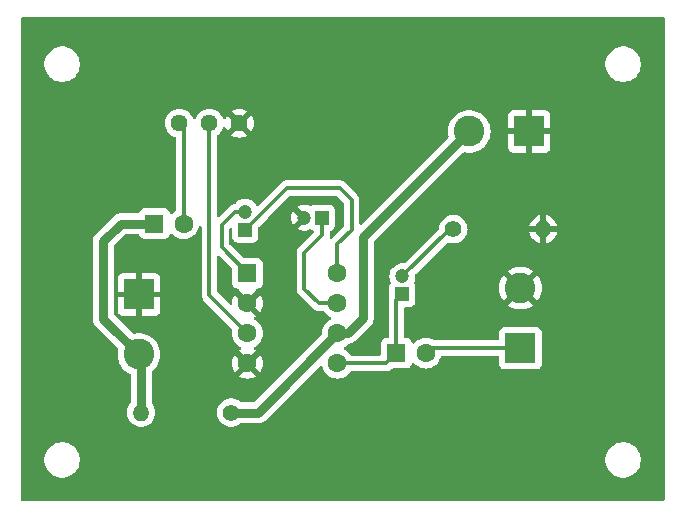
<source format=gbr>
%TF.GenerationSoftware,KiCad,Pcbnew,8.0.5*%
%TF.CreationDate,2024-12-26T15:01:40+03:00*%
%TF.ProjectId,LM386_Audio_Amplifier,4c4d3338-365f-4417-9564-696f5f416d70,v01*%
%TF.SameCoordinates,Original*%
%TF.FileFunction,Copper,L1,Top*%
%TF.FilePolarity,Positive*%
%FSLAX46Y46*%
G04 Gerber Fmt 4.6, Leading zero omitted, Abs format (unit mm)*
G04 Created by KiCad (PCBNEW 8.0.5) date 2024-12-26 15:01:40*
%MOMM*%
%LPD*%
G01*
G04 APERTURE LIST*
%TA.AperFunction,ComponentPad*%
%ADD10C,1.440000*%
%TD*%
%TA.AperFunction,ComponentPad*%
%ADD11R,2.600000X2.600000*%
%TD*%
%TA.AperFunction,ComponentPad*%
%ADD12C,2.600000*%
%TD*%
%TA.AperFunction,ComponentPad*%
%ADD13R,1.600000X1.600000*%
%TD*%
%TA.AperFunction,ComponentPad*%
%ADD14C,1.600000*%
%TD*%
%TA.AperFunction,ComponentPad*%
%ADD15C,1.400000*%
%TD*%
%TA.AperFunction,ComponentPad*%
%ADD16O,1.400000X1.400000*%
%TD*%
%TA.AperFunction,ComponentPad*%
%ADD17R,1.200000X1.200000*%
%TD*%
%TA.AperFunction,ComponentPad*%
%ADD18C,1.200000*%
%TD*%
%TA.AperFunction,Conductor*%
%ADD19C,0.300000*%
%TD*%
%TA.AperFunction,Conductor*%
%ADD20C,0.762000*%
%TD*%
G04 APERTURE END LIST*
D10*
%TO.P,POT,1,1*%
%TO.N,Net-(C2-Pad2)*%
X117920000Y-60000000D03*
%TO.P,POT,2,2*%
%TO.N,Net-(U1-+)*%
X120460000Y-60000000D03*
%TO.P,POT,3,3*%
%TO.N,GND*%
X123000000Y-60000000D03*
%TD*%
D11*
%TO.P,J2,1,Pin_1*%
%TO.N,GND*%
X147545000Y-60695000D03*
D12*
%TO.P,J2,2,Pin_2*%
%TO.N,VCC*%
X142465000Y-60695000D03*
%TD*%
D13*
%TO.P,LM386,1,GAIN*%
%TO.N,Net-(C4-Pad2)*%
X123690000Y-72700000D03*
D14*
%TO.P,LM386,2,-*%
%TO.N,GND*%
X123690000Y-75240000D03*
%TO.P,LM386,3,+*%
%TO.N,Net-(U1-+)*%
X123690000Y-77780000D03*
%TO.P,LM386,4,GND*%
%TO.N,GND*%
X123690000Y-80320000D03*
%TO.P,LM386,5*%
%TO.N,Net-(C1-Pad1)*%
X131310000Y-80320000D03*
%TO.P,LM386,6,V+*%
%TO.N,VCC*%
X131310000Y-77780000D03*
%TO.P,LM386,7,BYPASS*%
%TO.N,Net-(U1-BYPASS)*%
X131310000Y-75240000D03*
%TO.P,LM386,8,GAIN*%
%TO.N,Net-(C4-Pad1)*%
X131310000Y-72700000D03*
%TD*%
D15*
%TO.P,R2,1*%
%TO.N,Net-(C1-Pad2)*%
X141115000Y-68965000D03*
D16*
%TO.P,R2,2*%
%TO.N,GND*%
X148735000Y-68965000D03*
%TD*%
D15*
%TO.P,R1,1*%
%TO.N,VCC*%
X122310000Y-84500000D03*
D16*
%TO.P,R1,2*%
%TO.N,Net-(J3-Pin_2)*%
X114690000Y-84500000D03*
%TD*%
D11*
%TO.P,J3,1,Pin_1*%
%TO.N,GND*%
X114500000Y-74500000D03*
D12*
%TO.P,J3,2,Pin_2*%
%TO.N,Net-(J3-Pin_2)*%
X114500000Y-79580000D03*
%TD*%
D11*
%TO.P,J1,1,Pin_1*%
%TO.N,Net-(J1-Pin_1)*%
X146805000Y-79045000D03*
D12*
%TO.P,J1,2,Pin_2*%
%TO.N,GND*%
X146805000Y-73965000D03*
%TD*%
D17*
%TO.P,C5,1*%
%TO.N,Net-(U1-BYPASS)*%
X130000000Y-68000000D03*
D18*
%TO.P,C5,2*%
%TO.N,GND*%
X128500000Y-68000000D03*
%TD*%
D17*
%TO.P,C4,1*%
%TO.N,Net-(C4-Pad1)*%
X123500000Y-69000000D03*
D18*
%TO.P,C4,2*%
%TO.N,Net-(C4-Pad2)*%
X123500000Y-67500000D03*
%TD*%
D13*
%TO.P,C3,1*%
%TO.N,Net-(C1-Pad1)*%
X136305000Y-79465000D03*
D14*
%TO.P,C3,2*%
%TO.N,Net-(J1-Pin_1)*%
X138805000Y-79465000D03*
%TD*%
D13*
%TO.P,C2,1*%
%TO.N,Net-(J3-Pin_2)*%
X115794888Y-68500000D03*
D14*
%TO.P,C2,2*%
%TO.N,Net-(C2-Pad2)*%
X118294888Y-68500000D03*
%TD*%
D17*
%TO.P,C1,1*%
%TO.N,Net-(C1-Pad1)*%
X136805000Y-74465000D03*
D18*
%TO.P,C1,2*%
%TO.N,Net-(C1-Pad2)*%
X136805000Y-72965000D03*
%TD*%
D19*
%TO.N,Net-(C4-Pad1)*%
X131310000Y-70190000D02*
X131310000Y-72700000D01*
X132500000Y-69000000D02*
X131310000Y-70190000D01*
X131500000Y-65500000D02*
X132500000Y-66500000D01*
X127000000Y-65500000D02*
X131500000Y-65500000D01*
X132500000Y-66500000D02*
X132500000Y-69000000D01*
X123500000Y-69000000D02*
X127000000Y-65500000D01*
%TO.N,Net-(C4-Pad2)*%
X122651472Y-67500000D02*
X123500000Y-67500000D01*
X121500000Y-68651472D02*
X122651472Y-67500000D01*
X121500000Y-70510000D02*
X121500000Y-68651472D01*
X123690000Y-72700000D02*
X121500000Y-70510000D01*
%TO.N,Net-(U1-BYPASS)*%
X128500000Y-74000000D02*
X129740000Y-75240000D01*
X128500000Y-71000000D02*
X128500000Y-74000000D01*
X129740000Y-75240000D02*
X131310000Y-75240000D01*
X130000000Y-68000000D02*
X130000000Y-69500000D01*
X130000000Y-69500000D02*
X128500000Y-71000000D01*
D20*
%TO.N,Net-(J3-Pin_2)*%
X111500000Y-76580000D02*
X114500000Y-79580000D01*
X111500000Y-70000000D02*
X111500000Y-76580000D01*
X113000000Y-68500000D02*
X111500000Y-70000000D01*
X115794888Y-68500000D02*
X113000000Y-68500000D01*
X114690000Y-79770000D02*
X114500000Y-79580000D01*
X114690000Y-84500000D02*
X114690000Y-79770000D01*
D19*
%TO.N,Net-(U1-+)*%
X120460000Y-74550000D02*
X123690000Y-77780000D01*
X120460000Y-60000000D02*
X120460000Y-74550000D01*
%TO.N,Net-(C2-Pad2)*%
X118294888Y-60374888D02*
X117920000Y-60000000D01*
X118294888Y-68500000D02*
X118294888Y-60374888D01*
%TO.N,Net-(C1-Pad1)*%
X135450000Y-80320000D02*
X136305000Y-79465000D01*
X131310000Y-80320000D02*
X135450000Y-80320000D01*
X136305000Y-74965000D02*
X136805000Y-74465000D01*
X136305000Y-79465000D02*
X136305000Y-74965000D01*
%TO.N,Net-(C1-Pad2)*%
X140805000Y-68965000D02*
X141115000Y-68965000D01*
X136805000Y-72965000D02*
X140805000Y-68965000D01*
%TO.N,Net-(J1-Pin_1)*%
X139225000Y-79045000D02*
X138805000Y-79465000D01*
X146805000Y-79045000D02*
X139225000Y-79045000D01*
D20*
%TO.N,VCC*%
X124590000Y-84500000D02*
X122310000Y-84500000D01*
X131310000Y-77780000D02*
X124590000Y-84500000D01*
X133500000Y-69660000D02*
X142465000Y-60695000D01*
X133500000Y-76500000D02*
X133500000Y-69660000D01*
X132220000Y-77780000D02*
X133500000Y-76500000D01*
X131310000Y-77780000D02*
X132220000Y-77780000D01*
%TD*%
%TA.AperFunction,Conductor*%
%TO.N,GND*%
G36*
X121315703Y-71246095D02*
G01*
X121322181Y-71252127D01*
X122353181Y-72283127D01*
X122386666Y-72344450D01*
X122389500Y-72370808D01*
X122389500Y-73547870D01*
X122389501Y-73547876D01*
X122395908Y-73607483D01*
X122446202Y-73742328D01*
X122446206Y-73742335D01*
X122532452Y-73857544D01*
X122532455Y-73857547D01*
X122647664Y-73943793D01*
X122647671Y-73943797D01*
X122692618Y-73960561D01*
X122782517Y-73994091D01*
X122842127Y-74000500D01*
X122843218Y-74000499D01*
X122843460Y-74000571D01*
X122845453Y-74000678D01*
X122845427Y-74001148D01*
X122910259Y-74020168D01*
X122956026Y-74072962D01*
X122966771Y-74135305D01*
X122964525Y-74160973D01*
X123560590Y-74757037D01*
X123497007Y-74774075D01*
X123382993Y-74839901D01*
X123289901Y-74932993D01*
X123224075Y-75047007D01*
X123207037Y-75110590D01*
X122610974Y-74514526D01*
X122610973Y-74514526D01*
X122559868Y-74587512D01*
X122559866Y-74587516D01*
X122463734Y-74793673D01*
X122463730Y-74793682D01*
X122404860Y-75013389D01*
X122404858Y-75013400D01*
X122385034Y-75239997D01*
X122385034Y-75239999D01*
X122385551Y-75245913D01*
X122371780Y-75314413D01*
X122323162Y-75364593D01*
X122255133Y-75380522D01*
X122189290Y-75357144D01*
X122174341Y-75344395D01*
X121146819Y-74316873D01*
X121113334Y-74255550D01*
X121110500Y-74229192D01*
X121110500Y-71339808D01*
X121130185Y-71272769D01*
X121182989Y-71227014D01*
X121252147Y-71217070D01*
X121315703Y-71246095D01*
G37*
%TD.AperFunction*%
%TA.AperFunction,Conductor*%
G36*
X158942539Y-51020185D02*
G01*
X158988294Y-51072989D01*
X158999500Y-51124500D01*
X158999500Y-91875500D01*
X158979815Y-91942539D01*
X158927011Y-91988294D01*
X158875500Y-91999500D01*
X104624500Y-91999500D01*
X104557461Y-91979815D01*
X104511706Y-91927011D01*
X104500500Y-91875500D01*
X104500500Y-88381902D01*
X106499500Y-88381902D01*
X106499500Y-88618097D01*
X106536446Y-88851368D01*
X106609433Y-89075996D01*
X106716657Y-89286433D01*
X106855483Y-89477510D01*
X107022490Y-89644517D01*
X107213567Y-89783343D01*
X107312991Y-89834002D01*
X107424003Y-89890566D01*
X107424005Y-89890566D01*
X107424008Y-89890568D01*
X107544412Y-89929689D01*
X107648631Y-89963553D01*
X107881903Y-90000500D01*
X107881908Y-90000500D01*
X108118097Y-90000500D01*
X108351368Y-89963553D01*
X108575992Y-89890568D01*
X108786433Y-89783343D01*
X108977510Y-89644517D01*
X109144517Y-89477510D01*
X109283343Y-89286433D01*
X109390568Y-89075992D01*
X109463553Y-88851368D01*
X109500500Y-88618097D01*
X109500500Y-88381902D01*
X153999500Y-88381902D01*
X153999500Y-88618097D01*
X154036446Y-88851368D01*
X154109433Y-89075996D01*
X154216657Y-89286433D01*
X154355483Y-89477510D01*
X154522490Y-89644517D01*
X154713567Y-89783343D01*
X154812991Y-89834002D01*
X154924003Y-89890566D01*
X154924005Y-89890566D01*
X154924008Y-89890568D01*
X155044412Y-89929689D01*
X155148631Y-89963553D01*
X155381903Y-90000500D01*
X155381908Y-90000500D01*
X155618097Y-90000500D01*
X155851368Y-89963553D01*
X156075992Y-89890568D01*
X156286433Y-89783343D01*
X156477510Y-89644517D01*
X156644517Y-89477510D01*
X156783343Y-89286433D01*
X156890568Y-89075992D01*
X156963553Y-88851368D01*
X157000500Y-88618097D01*
X157000500Y-88381902D01*
X156963553Y-88148631D01*
X156890566Y-87924003D01*
X156783342Y-87713566D01*
X156644517Y-87522490D01*
X156477510Y-87355483D01*
X156286433Y-87216657D01*
X156075996Y-87109433D01*
X155851368Y-87036446D01*
X155618097Y-86999500D01*
X155618092Y-86999500D01*
X155381908Y-86999500D01*
X155381903Y-86999500D01*
X155148631Y-87036446D01*
X154924003Y-87109433D01*
X154713566Y-87216657D01*
X154604550Y-87295862D01*
X154522490Y-87355483D01*
X154522488Y-87355485D01*
X154522487Y-87355485D01*
X154355485Y-87522487D01*
X154355485Y-87522488D01*
X154355483Y-87522490D01*
X154295862Y-87604550D01*
X154216657Y-87713566D01*
X154109433Y-87924003D01*
X154036446Y-88148631D01*
X153999500Y-88381902D01*
X109500500Y-88381902D01*
X109463553Y-88148631D01*
X109390566Y-87924003D01*
X109283342Y-87713566D01*
X109144517Y-87522490D01*
X108977510Y-87355483D01*
X108786433Y-87216657D01*
X108575996Y-87109433D01*
X108351368Y-87036446D01*
X108118097Y-86999500D01*
X108118092Y-86999500D01*
X107881908Y-86999500D01*
X107881903Y-86999500D01*
X107648631Y-87036446D01*
X107424003Y-87109433D01*
X107213566Y-87216657D01*
X107104550Y-87295862D01*
X107022490Y-87355483D01*
X107022488Y-87355485D01*
X107022487Y-87355485D01*
X106855485Y-87522487D01*
X106855485Y-87522488D01*
X106855483Y-87522490D01*
X106795862Y-87604550D01*
X106716657Y-87713566D01*
X106609433Y-87924003D01*
X106536446Y-88148631D01*
X106499500Y-88381902D01*
X104500500Y-88381902D01*
X104500500Y-76666823D01*
X110618499Y-76666823D01*
X110652374Y-76837118D01*
X110652377Y-76837128D01*
X110718822Y-76997543D01*
X110815295Y-77141926D01*
X110815296Y-77141927D01*
X112716265Y-79042895D01*
X112749750Y-79104218D01*
X112749475Y-79158168D01*
X112714616Y-79310896D01*
X112714616Y-79310898D01*
X112694451Y-79579995D01*
X112694451Y-79580004D01*
X112714616Y-79849101D01*
X112774664Y-80112188D01*
X112774666Y-80112195D01*
X112850874Y-80306369D01*
X112873257Y-80363398D01*
X113008185Y-80597102D01*
X113097259Y-80708797D01*
X113176442Y-80808089D01*
X113361452Y-80979752D01*
X113374259Y-80991635D01*
X113597226Y-81143651D01*
X113597231Y-81143653D01*
X113597232Y-81143654D01*
X113597233Y-81143655D01*
X113738301Y-81211589D01*
X113790161Y-81258411D01*
X113808500Y-81323309D01*
X113808500Y-83633649D01*
X113788815Y-83700688D01*
X113783454Y-83708376D01*
X113664943Y-83865308D01*
X113664938Y-83865316D01*
X113565775Y-84064461D01*
X113565769Y-84064476D01*
X113504885Y-84278462D01*
X113504884Y-84278464D01*
X113484357Y-84499999D01*
X113484357Y-84500000D01*
X113504884Y-84721535D01*
X113504885Y-84721537D01*
X113565769Y-84935523D01*
X113565775Y-84935538D01*
X113664938Y-85134683D01*
X113664943Y-85134691D01*
X113799020Y-85312238D01*
X113963437Y-85462123D01*
X113963439Y-85462125D01*
X114152595Y-85579245D01*
X114152596Y-85579245D01*
X114152599Y-85579247D01*
X114360060Y-85659618D01*
X114578757Y-85700500D01*
X114578759Y-85700500D01*
X114801241Y-85700500D01*
X114801243Y-85700500D01*
X115019940Y-85659618D01*
X115227401Y-85579247D01*
X115416562Y-85462124D01*
X115580981Y-85312236D01*
X115715058Y-85134689D01*
X115814229Y-84935528D01*
X115875115Y-84721536D01*
X115895643Y-84500000D01*
X115875115Y-84278464D01*
X115814229Y-84064472D01*
X115814224Y-84064461D01*
X115715061Y-83865316D01*
X115715056Y-83865308D01*
X115596546Y-83708376D01*
X115571854Y-83643015D01*
X115571500Y-83633649D01*
X115571500Y-81094151D01*
X115591185Y-81027112D01*
X115622469Y-80994969D01*
X115622116Y-80994526D01*
X115625621Y-80991730D01*
X115625662Y-80991688D01*
X115625741Y-80991635D01*
X115790144Y-80839091D01*
X115823557Y-80808089D01*
X115823557Y-80808087D01*
X115823561Y-80808085D01*
X115991815Y-80597102D01*
X116126743Y-80363398D01*
X116225334Y-80112195D01*
X116285383Y-79849103D01*
X116298842Y-79669500D01*
X116305549Y-79580004D01*
X116305549Y-79579995D01*
X116285383Y-79310898D01*
X116285383Y-79310896D01*
X116225334Y-79047805D01*
X116126743Y-78796602D01*
X115991815Y-78562898D01*
X115823561Y-78351915D01*
X115823560Y-78351914D01*
X115823557Y-78351910D01*
X115625741Y-78168365D01*
X115603636Y-78153294D01*
X115402775Y-78016349D01*
X115402771Y-78016347D01*
X115402768Y-78016345D01*
X115402767Y-78016344D01*
X115159643Y-77899263D01*
X115159645Y-77899263D01*
X114901773Y-77819720D01*
X114901767Y-77819718D01*
X114634936Y-77779500D01*
X114634929Y-77779500D01*
X114365071Y-77779500D01*
X114365063Y-77779500D01*
X114098231Y-77819718D01*
X114084118Y-77824072D01*
X114014255Y-77825020D01*
X113959890Y-77793261D01*
X112417819Y-76251189D01*
X112384334Y-76189866D01*
X112381500Y-76163508D01*
X112381500Y-73152155D01*
X112700000Y-73152155D01*
X112700000Y-74250000D01*
X113899999Y-74250000D01*
X113874979Y-74310402D01*
X113850000Y-74435981D01*
X113850000Y-74564019D01*
X113874979Y-74689598D01*
X113899999Y-74750000D01*
X112700000Y-74750000D01*
X112700000Y-75847844D01*
X112706401Y-75907372D01*
X112706403Y-75907379D01*
X112756645Y-76042086D01*
X112756649Y-76042093D01*
X112842809Y-76157187D01*
X112842812Y-76157190D01*
X112957906Y-76243350D01*
X112957913Y-76243354D01*
X113092620Y-76293596D01*
X113092627Y-76293598D01*
X113152155Y-76299999D01*
X113152172Y-76300000D01*
X114250000Y-76300000D01*
X114250000Y-75100001D01*
X114310402Y-75125021D01*
X114435981Y-75150000D01*
X114564019Y-75150000D01*
X114689598Y-75125021D01*
X114750000Y-75100001D01*
X114750000Y-76300000D01*
X115847828Y-76300000D01*
X115847844Y-76299999D01*
X115907372Y-76293598D01*
X115907379Y-76293596D01*
X116042086Y-76243354D01*
X116042093Y-76243350D01*
X116157187Y-76157190D01*
X116157190Y-76157187D01*
X116243350Y-76042093D01*
X116243354Y-76042086D01*
X116293596Y-75907379D01*
X116293598Y-75907372D01*
X116299999Y-75847844D01*
X116300000Y-75847827D01*
X116300000Y-74750000D01*
X115100001Y-74750000D01*
X115125021Y-74689598D01*
X115150000Y-74564019D01*
X115150000Y-74435981D01*
X115125021Y-74310402D01*
X115100001Y-74250000D01*
X116300000Y-74250000D01*
X116300000Y-73152172D01*
X116299999Y-73152155D01*
X116293598Y-73092627D01*
X116293596Y-73092620D01*
X116243354Y-72957913D01*
X116243350Y-72957906D01*
X116157190Y-72842812D01*
X116157187Y-72842809D01*
X116042093Y-72756649D01*
X116042086Y-72756645D01*
X115907379Y-72706403D01*
X115907372Y-72706401D01*
X115847844Y-72700000D01*
X114750000Y-72700000D01*
X114750000Y-73899998D01*
X114689598Y-73874979D01*
X114564019Y-73850000D01*
X114435981Y-73850000D01*
X114310402Y-73874979D01*
X114250000Y-73899998D01*
X114250000Y-72700000D01*
X113152155Y-72700000D01*
X113092627Y-72706401D01*
X113092620Y-72706403D01*
X112957913Y-72756645D01*
X112957906Y-72756649D01*
X112842812Y-72842809D01*
X112842809Y-72842812D01*
X112756649Y-72957906D01*
X112756645Y-72957913D01*
X112706403Y-73092620D01*
X112706401Y-73092627D01*
X112700000Y-73152155D01*
X112381500Y-73152155D01*
X112381500Y-70416491D01*
X112401185Y-70349452D01*
X112417819Y-70328810D01*
X113328810Y-69417819D01*
X113390133Y-69384334D01*
X113416491Y-69381500D01*
X114405010Y-69381500D01*
X114472049Y-69401185D01*
X114517804Y-69453989D01*
X114521192Y-69462167D01*
X114551090Y-69542328D01*
X114551094Y-69542335D01*
X114637340Y-69657544D01*
X114637343Y-69657547D01*
X114752552Y-69743793D01*
X114752559Y-69743797D01*
X114887405Y-69794091D01*
X114887404Y-69794091D01*
X114894332Y-69794835D01*
X114947015Y-69800500D01*
X116642760Y-69800499D01*
X116702371Y-69794091D01*
X116837219Y-69743796D01*
X116952434Y-69657546D01*
X117038684Y-69542331D01*
X117088979Y-69407483D01*
X117088980Y-69407472D01*
X117090253Y-69402088D01*
X117124821Y-69341369D01*
X117186729Y-69308978D01*
X117256321Y-69315199D01*
X117298613Y-69342912D01*
X117455746Y-69500045D01*
X117455749Y-69500047D01*
X117642154Y-69630568D01*
X117848392Y-69726739D01*
X118068196Y-69785635D01*
X118230118Y-69799801D01*
X118294886Y-69805468D01*
X118294888Y-69805468D01*
X118294890Y-69805468D01*
X118351695Y-69800498D01*
X118521580Y-69785635D01*
X118741384Y-69726739D01*
X118947622Y-69630568D01*
X119134027Y-69500047D01*
X119294935Y-69339139D01*
X119425456Y-69152734D01*
X119521627Y-68946496D01*
X119565725Y-68781918D01*
X119602090Y-68722258D01*
X119664937Y-68691729D01*
X119734312Y-68700024D01*
X119788190Y-68744509D01*
X119809465Y-68811061D01*
X119809500Y-68814012D01*
X119809500Y-74614069D01*
X119809500Y-74614071D01*
X119809499Y-74614071D01*
X119833500Y-74734724D01*
X119834498Y-74739743D01*
X119883532Y-74858123D01*
X119954726Y-74964673D01*
X119954727Y-74964674D01*
X122383115Y-77393061D01*
X122416600Y-77454384D01*
X122415209Y-77512834D01*
X122404367Y-77553299D01*
X122404364Y-77553313D01*
X122384532Y-77779998D01*
X122384532Y-77780001D01*
X122404364Y-78006686D01*
X122404366Y-78006697D01*
X122463258Y-78226488D01*
X122463261Y-78226497D01*
X122559431Y-78432732D01*
X122559432Y-78432734D01*
X122689954Y-78619141D01*
X122850858Y-78780045D01*
X122850861Y-78780047D01*
X123037266Y-78910568D01*
X123095865Y-78937893D01*
X123148305Y-78984065D01*
X123167457Y-79051258D01*
X123147242Y-79118139D01*
X123095867Y-79162657D01*
X123037513Y-79189868D01*
X123037512Y-79189868D01*
X122964526Y-79240973D01*
X122964526Y-79240974D01*
X123560590Y-79837037D01*
X123497007Y-79854075D01*
X123382993Y-79919901D01*
X123289901Y-80012993D01*
X123224075Y-80127007D01*
X123207037Y-80190589D01*
X122610974Y-79594526D01*
X122610973Y-79594526D01*
X122559868Y-79667512D01*
X122559866Y-79667516D01*
X122463734Y-79873673D01*
X122463730Y-79873682D01*
X122404860Y-80093389D01*
X122404858Y-80093400D01*
X122385034Y-80319997D01*
X122385034Y-80320002D01*
X122404858Y-80546599D01*
X122404860Y-80546610D01*
X122463730Y-80766317D01*
X122463735Y-80766331D01*
X122559863Y-80972478D01*
X122610974Y-81045472D01*
X123207037Y-80449409D01*
X123224075Y-80512993D01*
X123289901Y-80627007D01*
X123382993Y-80720099D01*
X123497007Y-80785925D01*
X123560590Y-80802962D01*
X122964526Y-81399025D01*
X123037513Y-81450132D01*
X123037521Y-81450136D01*
X123243668Y-81546264D01*
X123243682Y-81546269D01*
X123463389Y-81605139D01*
X123463400Y-81605141D01*
X123689998Y-81624966D01*
X123690002Y-81624966D01*
X123916599Y-81605141D01*
X123916610Y-81605139D01*
X124136317Y-81546269D01*
X124136331Y-81546264D01*
X124342478Y-81450136D01*
X124415471Y-81399024D01*
X123819409Y-80802962D01*
X123882993Y-80785925D01*
X123997007Y-80720099D01*
X124090099Y-80627007D01*
X124155925Y-80512993D01*
X124172962Y-80449409D01*
X124769024Y-81045471D01*
X124820136Y-80972478D01*
X124916264Y-80766331D01*
X124916269Y-80766317D01*
X124975139Y-80546610D01*
X124975141Y-80546599D01*
X124994966Y-80320002D01*
X124994966Y-80319997D01*
X124975141Y-80093400D01*
X124975139Y-80093389D01*
X124916269Y-79873682D01*
X124916264Y-79873668D01*
X124820136Y-79667521D01*
X124820132Y-79667513D01*
X124769025Y-79594526D01*
X124172962Y-80190589D01*
X124155925Y-80127007D01*
X124090099Y-80012993D01*
X123997007Y-79919901D01*
X123882993Y-79854075D01*
X123819410Y-79837037D01*
X124415472Y-79240974D01*
X124342480Y-79189864D01*
X124284134Y-79162657D01*
X124231695Y-79116484D01*
X124212543Y-79049291D01*
X124232759Y-78982410D01*
X124284134Y-78937893D01*
X124342734Y-78910568D01*
X124529139Y-78780047D01*
X124690047Y-78619139D01*
X124820568Y-78432734D01*
X124916739Y-78226496D01*
X124975635Y-78006692D01*
X124995468Y-77780000D01*
X124975635Y-77553308D01*
X124916739Y-77333504D01*
X124820568Y-77127266D01*
X124690047Y-76940861D01*
X124690045Y-76940858D01*
X124529141Y-76779954D01*
X124361414Y-76662512D01*
X124342734Y-76649432D01*
X124284132Y-76622105D01*
X124231694Y-76575933D01*
X124212543Y-76508739D01*
X124232759Y-76441858D01*
X124284135Y-76397341D01*
X124342482Y-76370133D01*
X124415471Y-76319024D01*
X123819409Y-75722962D01*
X123882993Y-75705925D01*
X123997007Y-75640099D01*
X124090099Y-75547007D01*
X124155925Y-75432993D01*
X124172962Y-75369409D01*
X124769024Y-75965471D01*
X124820136Y-75892478D01*
X124916264Y-75686331D01*
X124916269Y-75686317D01*
X124975139Y-75466610D01*
X124975141Y-75466599D01*
X124994966Y-75240002D01*
X124994966Y-75239997D01*
X124975141Y-75013400D01*
X124975139Y-75013389D01*
X124916269Y-74793682D01*
X124916264Y-74793668D01*
X124820136Y-74587521D01*
X124820132Y-74587513D01*
X124769025Y-74514526D01*
X124172962Y-75110589D01*
X124155925Y-75047007D01*
X124090099Y-74932993D01*
X123997007Y-74839901D01*
X123882993Y-74774075D01*
X123819410Y-74757037D01*
X124415472Y-74160974D01*
X124413227Y-74135306D01*
X124426994Y-74066806D01*
X124475609Y-74016623D01*
X124534585Y-74001071D01*
X124534576Y-74000900D01*
X124534571Y-74000854D01*
X124534573Y-74000853D01*
X124534564Y-74000676D01*
X124536470Y-74000573D01*
X124536754Y-74000499D01*
X124537872Y-74000499D01*
X124597483Y-73994091D01*
X124732331Y-73943796D01*
X124847546Y-73857546D01*
X124933796Y-73742331D01*
X124984091Y-73607483D01*
X124990500Y-73547873D01*
X124990499Y-71852128D01*
X124984091Y-71792517D01*
X124933796Y-71657669D01*
X124933795Y-71657668D01*
X124933793Y-71657664D01*
X124847547Y-71542455D01*
X124847544Y-71542452D01*
X124732335Y-71456206D01*
X124732328Y-71456202D01*
X124597482Y-71405908D01*
X124597483Y-71405908D01*
X124537883Y-71399501D01*
X124537881Y-71399500D01*
X124537873Y-71399500D01*
X124537865Y-71399500D01*
X123360808Y-71399500D01*
X123293769Y-71379815D01*
X123273127Y-71363181D01*
X122186819Y-70276873D01*
X122153334Y-70215550D01*
X122150500Y-70189192D01*
X122150500Y-68972279D01*
X122170185Y-68905240D01*
X122186815Y-68884602D01*
X122187820Y-68883596D01*
X122249142Y-68850113D01*
X122318834Y-68855097D01*
X122374767Y-68896969D01*
X122399184Y-68962433D01*
X122399500Y-68971279D01*
X122399500Y-69647870D01*
X122399501Y-69647876D01*
X122405908Y-69707483D01*
X122456202Y-69842328D01*
X122456206Y-69842335D01*
X122542452Y-69957544D01*
X122542455Y-69957547D01*
X122657664Y-70043793D01*
X122657671Y-70043797D01*
X122792517Y-70094091D01*
X122792516Y-70094091D01*
X122799444Y-70094835D01*
X122852127Y-70100500D01*
X124147872Y-70100499D01*
X124207483Y-70094091D01*
X124342331Y-70043796D01*
X124457546Y-69957546D01*
X124543796Y-69842331D01*
X124594091Y-69707483D01*
X124600500Y-69647873D01*
X124600499Y-68870806D01*
X124620183Y-68803768D01*
X124636813Y-68783131D01*
X125419946Y-67999999D01*
X127395287Y-67999999D01*
X127395287Y-68000000D01*
X127414096Y-68202989D01*
X127414097Y-68202992D01*
X127469883Y-68399063D01*
X127469886Y-68399069D01*
X127560751Y-68581551D01*
X127562533Y-68583911D01*
X128146446Y-68000000D01*
X127562533Y-67416087D01*
X127560755Y-67418442D01*
X127560754Y-67418443D01*
X127469886Y-67600930D01*
X127469883Y-67600936D01*
X127414097Y-67797007D01*
X127414096Y-67797010D01*
X127395287Y-67999999D01*
X125419946Y-67999999D01*
X127233127Y-66186819D01*
X127294450Y-66153334D01*
X127320808Y-66150500D01*
X131179192Y-66150500D01*
X131246231Y-66170185D01*
X131266873Y-66186819D01*
X131813181Y-66733127D01*
X131846666Y-66794450D01*
X131849500Y-66820808D01*
X131849500Y-68679191D01*
X131829815Y-68746230D01*
X131813181Y-68766872D01*
X130848794Y-69731258D01*
X130787471Y-69764743D01*
X130717779Y-69759759D01*
X130661846Y-69717887D01*
X130637429Y-69652423D01*
X130639495Y-69619389D01*
X130650500Y-69564069D01*
X130650500Y-69201439D01*
X130670185Y-69134400D01*
X130722989Y-69088645D01*
X130731168Y-69085257D01*
X130842326Y-69043798D01*
X130842326Y-69043797D01*
X130842331Y-69043796D01*
X130957546Y-68957546D01*
X131043796Y-68842331D01*
X131094091Y-68707483D01*
X131100500Y-68647873D01*
X131100499Y-67352128D01*
X131094091Y-67292517D01*
X131080546Y-67256202D01*
X131043797Y-67157671D01*
X131043793Y-67157664D01*
X130957547Y-67042455D01*
X130957544Y-67042452D01*
X130842335Y-66956206D01*
X130842328Y-66956202D01*
X130707482Y-66905908D01*
X130707483Y-66905908D01*
X130647883Y-66899501D01*
X130647881Y-66899500D01*
X130647873Y-66899500D01*
X130647864Y-66899500D01*
X129352129Y-66899500D01*
X129352123Y-66899501D01*
X129292516Y-66905908D01*
X129157671Y-66956202D01*
X129157665Y-66956205D01*
X129108004Y-66993381D01*
X129042539Y-67017797D01*
X128988902Y-67009740D01*
X128802324Y-66937460D01*
X128601928Y-66900000D01*
X128398072Y-66900000D01*
X128197678Y-66937460D01*
X128007588Y-67011100D01*
X128007581Y-67011104D01*
X127919312Y-67065757D01*
X127919311Y-67065758D01*
X128558698Y-67705145D01*
X128539496Y-67700000D01*
X128460504Y-67700000D01*
X128384204Y-67720444D01*
X128315795Y-67759940D01*
X128259940Y-67815795D01*
X128220444Y-67884204D01*
X128200000Y-67960504D01*
X128200000Y-68039496D01*
X128220444Y-68115796D01*
X128259940Y-68184205D01*
X128315795Y-68240060D01*
X128384204Y-68279556D01*
X128460504Y-68300000D01*
X128539496Y-68300000D01*
X128558695Y-68294855D01*
X127919311Y-68934240D01*
X128007585Y-68988897D01*
X128197678Y-69062539D01*
X128398072Y-69100000D01*
X128601928Y-69100000D01*
X128802326Y-69062538D01*
X128988902Y-68990259D01*
X129058525Y-68984396D01*
X129108005Y-69006617D01*
X129157665Y-69043793D01*
X129157668Y-69043795D01*
X129157671Y-69043797D01*
X129252628Y-69079214D01*
X129308562Y-69121085D01*
X129332979Y-69186550D01*
X129318127Y-69254823D01*
X129296976Y-69283077D01*
X127994727Y-70585325D01*
X127994721Y-70585332D01*
X127928323Y-70684706D01*
X127928323Y-70684708D01*
X127923533Y-70691875D01*
X127874499Y-70810255D01*
X127874497Y-70810261D01*
X127849500Y-70935928D01*
X127849500Y-70935931D01*
X127849500Y-74064069D01*
X127849500Y-74064071D01*
X127849499Y-74064071D01*
X127874497Y-74189738D01*
X127874499Y-74189744D01*
X127923535Y-74308127D01*
X127971125Y-74379351D01*
X127994726Y-74414673D01*
X129325325Y-75745272D01*
X129325332Y-75745278D01*
X129430115Y-75815291D01*
X129430116Y-75815291D01*
X129430122Y-75815295D01*
X129431873Y-75816465D01*
X129550256Y-75865501D01*
X129550260Y-75865501D01*
X129550261Y-75865502D01*
X129675928Y-75890500D01*
X129675931Y-75890500D01*
X130113317Y-75890500D01*
X130180356Y-75910185D01*
X130214892Y-75943377D01*
X130309954Y-76079141D01*
X130470858Y-76240045D01*
X130517693Y-76272839D01*
X130657266Y-76370568D01*
X130714681Y-76397341D01*
X130715275Y-76397618D01*
X130767714Y-76443791D01*
X130786866Y-76510984D01*
X130766650Y-76577865D01*
X130715275Y-76622382D01*
X130657267Y-76649431D01*
X130657265Y-76649432D01*
X130470858Y-76779954D01*
X130309954Y-76940858D01*
X130179432Y-77127265D01*
X130179431Y-77127267D01*
X130083261Y-77333502D01*
X130083258Y-77333511D01*
X130024366Y-77553302D01*
X130024364Y-77553313D01*
X130004532Y-77779998D01*
X130004532Y-77785413D01*
X130002446Y-77785413D01*
X129990432Y-77845052D01*
X129968378Y-77874990D01*
X124261189Y-83582181D01*
X124199866Y-83615666D01*
X124173508Y-83618500D01*
X123173040Y-83618500D01*
X123106001Y-83598815D01*
X123089502Y-83586137D01*
X123036562Y-83537876D01*
X123036560Y-83537874D01*
X122847404Y-83420754D01*
X122847398Y-83420752D01*
X122639940Y-83340382D01*
X122421243Y-83299500D01*
X122198757Y-83299500D01*
X121980060Y-83340382D01*
X121848864Y-83391207D01*
X121772601Y-83420752D01*
X121772595Y-83420754D01*
X121583439Y-83537874D01*
X121583437Y-83537876D01*
X121419020Y-83687761D01*
X121284943Y-83865308D01*
X121284938Y-83865316D01*
X121185775Y-84064461D01*
X121185769Y-84064476D01*
X121124885Y-84278462D01*
X121124884Y-84278464D01*
X121104357Y-84499999D01*
X121104357Y-84500000D01*
X121124884Y-84721535D01*
X121124885Y-84721537D01*
X121185769Y-84935523D01*
X121185775Y-84935538D01*
X121284938Y-85134683D01*
X121284943Y-85134691D01*
X121419020Y-85312238D01*
X121583437Y-85462123D01*
X121583439Y-85462125D01*
X121772595Y-85579245D01*
X121772596Y-85579245D01*
X121772599Y-85579247D01*
X121980060Y-85659618D01*
X122198757Y-85700500D01*
X122198759Y-85700500D01*
X122421241Y-85700500D01*
X122421243Y-85700500D01*
X122639940Y-85659618D01*
X122847401Y-85579247D01*
X123036562Y-85462124D01*
X123089502Y-85413863D01*
X123152306Y-85383246D01*
X123173040Y-85381500D01*
X124676823Y-85381500D01*
X124791393Y-85358709D01*
X124847124Y-85347624D01*
X124932559Y-85312236D01*
X125007543Y-85281177D01*
X125007544Y-85281176D01*
X125007547Y-85281175D01*
X125151924Y-85184706D01*
X129822958Y-80513670D01*
X129884279Y-80480187D01*
X129953971Y-80485171D01*
X130009904Y-80527043D01*
X130030412Y-80569260D01*
X130083258Y-80766488D01*
X130083261Y-80766497D01*
X130179431Y-80972732D01*
X130179432Y-80972734D01*
X130309954Y-81159141D01*
X130470858Y-81320045D01*
X130470861Y-81320047D01*
X130657266Y-81450568D01*
X130863504Y-81546739D01*
X131083308Y-81605635D01*
X131245230Y-81619801D01*
X131309998Y-81625468D01*
X131310000Y-81625468D01*
X131310002Y-81625468D01*
X131366673Y-81620509D01*
X131536692Y-81605635D01*
X131756496Y-81546739D01*
X131962734Y-81450568D01*
X132149139Y-81320047D01*
X132310047Y-81159139D01*
X132389637Y-81045472D01*
X132405108Y-81023377D01*
X132459685Y-80979752D01*
X132506683Y-80970500D01*
X135514071Y-80970500D01*
X135598615Y-80953682D01*
X135639744Y-80945501D01*
X135758127Y-80896465D01*
X135864669Y-80825277D01*
X135888128Y-80801818D01*
X135949451Y-80768333D01*
X135975809Y-80765499D01*
X137152871Y-80765499D01*
X137152872Y-80765499D01*
X137212483Y-80759091D01*
X137347331Y-80708796D01*
X137462546Y-80622546D01*
X137548796Y-80507331D01*
X137599091Y-80372483D01*
X137599092Y-80372472D01*
X137600365Y-80367088D01*
X137634933Y-80306369D01*
X137696841Y-80273978D01*
X137766433Y-80280199D01*
X137808725Y-80307912D01*
X137965858Y-80465045D01*
X137965861Y-80465047D01*
X138152266Y-80595568D01*
X138358504Y-80691739D01*
X138578308Y-80750635D01*
X138740230Y-80764801D01*
X138804998Y-80770468D01*
X138805000Y-80770468D01*
X138805002Y-80770468D01*
X138861807Y-80765498D01*
X139031692Y-80750635D01*
X139251496Y-80691739D01*
X139457734Y-80595568D01*
X139644139Y-80465047D01*
X139805047Y-80304139D01*
X139935568Y-80117734D01*
X140031739Y-79911496D01*
X140064989Y-79787406D01*
X140101354Y-79727746D01*
X140164201Y-79697217D01*
X140184764Y-79695500D01*
X144880501Y-79695500D01*
X144947540Y-79715185D01*
X144993295Y-79767989D01*
X145004501Y-79819500D01*
X145004501Y-80392876D01*
X145010908Y-80452483D01*
X145061202Y-80587328D01*
X145061206Y-80587335D01*
X145147452Y-80702544D01*
X145147455Y-80702547D01*
X145262664Y-80788793D01*
X145262671Y-80788797D01*
X145397517Y-80839091D01*
X145397516Y-80839091D01*
X145404444Y-80839835D01*
X145457127Y-80845500D01*
X148152872Y-80845499D01*
X148212483Y-80839091D01*
X148347331Y-80788796D01*
X148462546Y-80702546D01*
X148548796Y-80587331D01*
X148599091Y-80452483D01*
X148605500Y-80392873D01*
X148605499Y-77697128D01*
X148599091Y-77637517D01*
X148552587Y-77512834D01*
X148548797Y-77502671D01*
X148548793Y-77502664D01*
X148462547Y-77387455D01*
X148462544Y-77387452D01*
X148347335Y-77301206D01*
X148347328Y-77301202D01*
X148212482Y-77250908D01*
X148212483Y-77250908D01*
X148152883Y-77244501D01*
X148152881Y-77244500D01*
X148152873Y-77244500D01*
X148152864Y-77244500D01*
X145457129Y-77244500D01*
X145457123Y-77244501D01*
X145397516Y-77250908D01*
X145262671Y-77301202D01*
X145262664Y-77301206D01*
X145147455Y-77387452D01*
X145147452Y-77387455D01*
X145061206Y-77502664D01*
X145061202Y-77502671D01*
X145010908Y-77637517D01*
X145004501Y-77697116D01*
X145004501Y-77697123D01*
X145004500Y-77697135D01*
X145004500Y-78270500D01*
X144984815Y-78337539D01*
X144932011Y-78383294D01*
X144880500Y-78394500D01*
X139582617Y-78394500D01*
X139515578Y-78374815D01*
X139511494Y-78372075D01*
X139482702Y-78351915D01*
X139457734Y-78334432D01*
X139399876Y-78307452D01*
X139251497Y-78238261D01*
X139251488Y-78238258D01*
X139031697Y-78179366D01*
X139031693Y-78179365D01*
X139031692Y-78179365D01*
X139031691Y-78179364D01*
X139031686Y-78179364D01*
X138805002Y-78159532D01*
X138804998Y-78159532D01*
X138578313Y-78179364D01*
X138578302Y-78179366D01*
X138358511Y-78238258D01*
X138358502Y-78238261D01*
X138152267Y-78334431D01*
X138152265Y-78334432D01*
X137965862Y-78464951D01*
X137808726Y-78622087D01*
X137747403Y-78655571D01*
X137677711Y-78650587D01*
X137621778Y-78608715D01*
X137600369Y-78562923D01*
X137599091Y-78557518D01*
X137548797Y-78422671D01*
X137548793Y-78422664D01*
X137462547Y-78307455D01*
X137462544Y-78307452D01*
X137347335Y-78221206D01*
X137347328Y-78221202D01*
X137212482Y-78170908D01*
X137212483Y-78170908D01*
X137152883Y-78164501D01*
X137152881Y-78164500D01*
X137152873Y-78164500D01*
X137152865Y-78164500D01*
X137079500Y-78164500D01*
X137012461Y-78144815D01*
X136966706Y-78092011D01*
X136955500Y-78040500D01*
X136955500Y-75689499D01*
X136975185Y-75622460D01*
X137027989Y-75576705D01*
X137079500Y-75565499D01*
X137452871Y-75565499D01*
X137452872Y-75565499D01*
X137512483Y-75559091D01*
X137647331Y-75508796D01*
X137762546Y-75422546D01*
X137848796Y-75307331D01*
X137899091Y-75172483D01*
X137905500Y-75112873D01*
X137905499Y-73964995D01*
X144999953Y-73964995D01*
X144999953Y-73965004D01*
X145020113Y-74234026D01*
X145020113Y-74234028D01*
X145080142Y-74497033D01*
X145080148Y-74497052D01*
X145178709Y-74748181D01*
X145178708Y-74748181D01*
X145313602Y-74981822D01*
X145367294Y-75049151D01*
X145367295Y-75049151D01*
X146203958Y-74212488D01*
X146228978Y-74272890D01*
X146300112Y-74379351D01*
X146390649Y-74469888D01*
X146497110Y-74541022D01*
X146557510Y-74566041D01*
X145719848Y-75403702D01*
X145902483Y-75528220D01*
X145902485Y-75528221D01*
X146145539Y-75645269D01*
X146145537Y-75645269D01*
X146403337Y-75724790D01*
X146403343Y-75724792D01*
X146670101Y-75764999D01*
X146670110Y-75765000D01*
X146939890Y-75765000D01*
X146939898Y-75764999D01*
X147206656Y-75724792D01*
X147206662Y-75724790D01*
X147464461Y-75645269D01*
X147707521Y-75528218D01*
X147890150Y-75403702D01*
X147052488Y-74566041D01*
X147112890Y-74541022D01*
X147219351Y-74469888D01*
X147309888Y-74379351D01*
X147381022Y-74272890D01*
X147406041Y-74212488D01*
X148242703Y-75049151D01*
X148242704Y-75049150D01*
X148296393Y-74981828D01*
X148296400Y-74981817D01*
X148431290Y-74748181D01*
X148529851Y-74497052D01*
X148529857Y-74497033D01*
X148589886Y-74234028D01*
X148589886Y-74234026D01*
X148610047Y-73965004D01*
X148610047Y-73964995D01*
X148589886Y-73695973D01*
X148589886Y-73695971D01*
X148529857Y-73432966D01*
X148529851Y-73432947D01*
X148431290Y-73181818D01*
X148431291Y-73181818D01*
X148296397Y-72948177D01*
X148242704Y-72880847D01*
X147406041Y-73717510D01*
X147381022Y-73657110D01*
X147309888Y-73550649D01*
X147219351Y-73460112D01*
X147112890Y-73388978D01*
X147052488Y-73363958D01*
X147890150Y-72526296D01*
X147707517Y-72401779D01*
X147707516Y-72401778D01*
X147464460Y-72284730D01*
X147464462Y-72284730D01*
X147206662Y-72205209D01*
X147206656Y-72205207D01*
X146939898Y-72165000D01*
X146670101Y-72165000D01*
X146403343Y-72205207D01*
X146403337Y-72205209D01*
X146145538Y-72284730D01*
X145902485Y-72401778D01*
X145902476Y-72401783D01*
X145719848Y-72526296D01*
X146557511Y-73363958D01*
X146497110Y-73388978D01*
X146390649Y-73460112D01*
X146300112Y-73550649D01*
X146228978Y-73657110D01*
X146203958Y-73717511D01*
X145367295Y-72880848D01*
X145313600Y-72948180D01*
X145178709Y-73181818D01*
X145080148Y-73432947D01*
X145080142Y-73432966D01*
X145020113Y-73695971D01*
X145020113Y-73695973D01*
X144999953Y-73964995D01*
X137905499Y-73964995D01*
X137905499Y-73817128D01*
X137899091Y-73757517D01*
X137893428Y-73742335D01*
X137848797Y-73622671D01*
X137848796Y-73622670D01*
X137848796Y-73622669D01*
X137809380Y-73570016D01*
X137784963Y-73504552D01*
X137797646Y-73440434D01*
X137835582Y-73364250D01*
X137891397Y-73168083D01*
X137910215Y-72965000D01*
X137899873Y-72853400D01*
X137913287Y-72784835D01*
X137935660Y-72754284D01*
X140569552Y-70120392D01*
X140630873Y-70086909D01*
X140700565Y-70091893D01*
X140701845Y-70092380D01*
X140785060Y-70124618D01*
X141003757Y-70165500D01*
X141003759Y-70165500D01*
X141226241Y-70165500D01*
X141226243Y-70165500D01*
X141444940Y-70124618D01*
X141652401Y-70044247D01*
X141841562Y-69927124D01*
X142005981Y-69777236D01*
X142140058Y-69599689D01*
X142239229Y-69400528D01*
X142292016Y-69215000D01*
X147558505Y-69215000D01*
X147611239Y-69400349D01*
X147710368Y-69599425D01*
X147844391Y-69776900D01*
X148008738Y-69926721D01*
X148197820Y-70043797D01*
X148197822Y-70043798D01*
X148405195Y-70124135D01*
X148485000Y-70139052D01*
X148985000Y-70139052D01*
X149064804Y-70124135D01*
X149272177Y-70043798D01*
X149272179Y-70043797D01*
X149461261Y-69926721D01*
X149625608Y-69776900D01*
X149759631Y-69599425D01*
X149858760Y-69400349D01*
X149911495Y-69215000D01*
X148985000Y-69215000D01*
X148985000Y-70139052D01*
X148485000Y-70139052D01*
X148485000Y-69215000D01*
X147558505Y-69215000D01*
X142292016Y-69215000D01*
X142300115Y-69186536D01*
X142320643Y-68965000D01*
X142318928Y-68946497D01*
X142316373Y-68918922D01*
X148385000Y-68918922D01*
X148385000Y-69011078D01*
X148408852Y-69100095D01*
X148454930Y-69179905D01*
X148520095Y-69245070D01*
X148599905Y-69291148D01*
X148688922Y-69315000D01*
X148781078Y-69315000D01*
X148870095Y-69291148D01*
X148949905Y-69245070D01*
X149015070Y-69179905D01*
X149061148Y-69100095D01*
X149085000Y-69011078D01*
X149085000Y-68918922D01*
X149061148Y-68829905D01*
X149015070Y-68750095D01*
X148979975Y-68715000D01*
X148985000Y-68715000D01*
X149911495Y-68715000D01*
X149858760Y-68529650D01*
X149759631Y-68330574D01*
X149625608Y-68153099D01*
X149461261Y-68003278D01*
X149272179Y-67886202D01*
X149272177Y-67886201D01*
X149064799Y-67805864D01*
X148985000Y-67790946D01*
X148985000Y-68715000D01*
X148979975Y-68715000D01*
X148949905Y-68684930D01*
X148870095Y-68638852D01*
X148781078Y-68615000D01*
X148688922Y-68615000D01*
X148599905Y-68638852D01*
X148520095Y-68684930D01*
X148454930Y-68750095D01*
X148408852Y-68829905D01*
X148385000Y-68918922D01*
X142316373Y-68918922D01*
X142300115Y-68743464D01*
X142300114Y-68743462D01*
X142296441Y-68730554D01*
X142292016Y-68715000D01*
X147558505Y-68715000D01*
X148485000Y-68715000D01*
X148485000Y-67790946D01*
X148405200Y-67805864D01*
X148197822Y-67886201D01*
X148197820Y-67886202D01*
X148008738Y-68003278D01*
X147844391Y-68153099D01*
X147710368Y-68330574D01*
X147611239Y-68529650D01*
X147558505Y-68715000D01*
X142292016Y-68715000D01*
X142239229Y-68529472D01*
X142210787Y-68472353D01*
X142140061Y-68330316D01*
X142140056Y-68330308D01*
X142005979Y-68152761D01*
X141841562Y-68002876D01*
X141841560Y-68002874D01*
X141652404Y-67885754D01*
X141652398Y-67885752D01*
X141444940Y-67805382D01*
X141226243Y-67764500D01*
X141003757Y-67764500D01*
X140785060Y-67805382D01*
X140720200Y-67830509D01*
X140577601Y-67885752D01*
X140577595Y-67885754D01*
X140388439Y-68002874D01*
X140388437Y-68002876D01*
X140224020Y-68152761D01*
X140089943Y-68330308D01*
X140089938Y-68330316D01*
X139990775Y-68529461D01*
X139990769Y-68529476D01*
X139929885Y-68743462D01*
X139929885Y-68743464D01*
X139915969Y-68893634D01*
X139890182Y-68958571D01*
X139880179Y-68969873D01*
X137019395Y-71830657D01*
X136958072Y-71864142D01*
X136912702Y-71864810D01*
X136912682Y-71865029D01*
X136910650Y-71864840D01*
X136908939Y-71864866D01*
X136906986Y-71864501D01*
X136906977Y-71864500D01*
X136906976Y-71864500D01*
X136703024Y-71864500D01*
X136502544Y-71901976D01*
X136502541Y-71901976D01*
X136502541Y-71901977D01*
X136312364Y-71975651D01*
X136312357Y-71975655D01*
X136138960Y-72083017D01*
X136138958Y-72083019D01*
X135988237Y-72220418D01*
X135865327Y-72383178D01*
X135774422Y-72565739D01*
X135774417Y-72565752D01*
X135718602Y-72761917D01*
X135699785Y-72964999D01*
X135699785Y-72965000D01*
X135718602Y-73168082D01*
X135758536Y-73308434D01*
X135774418Y-73364250D01*
X135808625Y-73432947D01*
X135812353Y-73440434D01*
X135824613Y-73509220D01*
X135800620Y-73570015D01*
X135761203Y-73622669D01*
X135761202Y-73622671D01*
X135710908Y-73757517D01*
X135704501Y-73817116D01*
X135704501Y-73817123D01*
X135704500Y-73817135D01*
X135704500Y-74690230D01*
X135695062Y-74737681D01*
X135679499Y-74775254D01*
X135679498Y-74775257D01*
X135654500Y-74900928D01*
X135654500Y-78040500D01*
X135634815Y-78107539D01*
X135582011Y-78153294D01*
X135530502Y-78164500D01*
X135457130Y-78164500D01*
X135457123Y-78164501D01*
X135397516Y-78170908D01*
X135262671Y-78221202D01*
X135262664Y-78221206D01*
X135147455Y-78307452D01*
X135147452Y-78307455D01*
X135061206Y-78422664D01*
X135061202Y-78422671D01*
X135010908Y-78557517D01*
X135005404Y-78608715D01*
X135004500Y-78617127D01*
X135004500Y-79118139D01*
X135004501Y-79545500D01*
X134984817Y-79612539D01*
X134932013Y-79658294D01*
X134880501Y-79669500D01*
X132506683Y-79669500D01*
X132439644Y-79649815D01*
X132405108Y-79616623D01*
X132310045Y-79480858D01*
X132149141Y-79319954D01*
X131962734Y-79189432D01*
X131962728Y-79189429D01*
X131904725Y-79162382D01*
X131852285Y-79116210D01*
X131833133Y-79049017D01*
X131853348Y-78982135D01*
X131904725Y-78937618D01*
X131962734Y-78910568D01*
X132149139Y-78780047D01*
X132232038Y-78697147D01*
X132293359Y-78663663D01*
X132305763Y-78661710D01*
X132306819Y-78661500D01*
X132306821Y-78661500D01*
X132477124Y-78627624D01*
X132557335Y-78594399D01*
X132637543Y-78561177D01*
X132637544Y-78561176D01*
X132637547Y-78561175D01*
X132781924Y-78464706D01*
X134184705Y-77061924D01*
X134281175Y-76917547D01*
X134347624Y-76757124D01*
X134358709Y-76701393D01*
X134381500Y-76586823D01*
X134381500Y-70076490D01*
X134401185Y-70009451D01*
X134417814Y-69988814D01*
X141924891Y-62481736D01*
X141986212Y-62448253D01*
X142049122Y-62450928D01*
X142063228Y-62455280D01*
X142063230Y-62455280D01*
X142063232Y-62455281D01*
X142330063Y-62495499D01*
X142330068Y-62495499D01*
X142330071Y-62495500D01*
X142330072Y-62495500D01*
X142599928Y-62495500D01*
X142599929Y-62495500D01*
X142599936Y-62495499D01*
X142866767Y-62455281D01*
X142866768Y-62455280D01*
X142866772Y-62455280D01*
X143124641Y-62375738D01*
X143367775Y-62258651D01*
X143590741Y-62106635D01*
X143788561Y-61923085D01*
X143956815Y-61712102D01*
X144091743Y-61478398D01*
X144190334Y-61227195D01*
X144250383Y-60964103D01*
X144270549Y-60695000D01*
X144268186Y-60663470D01*
X144253744Y-60470747D01*
X144250383Y-60425897D01*
X144190334Y-60162805D01*
X144091743Y-59911602D01*
X143956815Y-59677898D01*
X143788561Y-59466915D01*
X143788560Y-59466914D01*
X143788557Y-59466910D01*
X143659491Y-59347155D01*
X145745000Y-59347155D01*
X145745000Y-60445000D01*
X146944999Y-60445000D01*
X146919979Y-60505402D01*
X146895000Y-60630981D01*
X146895000Y-60759019D01*
X146919979Y-60884598D01*
X146944999Y-60945000D01*
X145745000Y-60945000D01*
X145745000Y-62042844D01*
X145751401Y-62102372D01*
X145751403Y-62102379D01*
X145801645Y-62237086D01*
X145801649Y-62237093D01*
X145887809Y-62352187D01*
X145887812Y-62352190D01*
X146002906Y-62438350D01*
X146002913Y-62438354D01*
X146137620Y-62488596D01*
X146137627Y-62488598D01*
X146197155Y-62494999D01*
X146197172Y-62495000D01*
X147295000Y-62495000D01*
X147295000Y-61295001D01*
X147355402Y-61320021D01*
X147480981Y-61345000D01*
X147609019Y-61345000D01*
X147734598Y-61320021D01*
X147795000Y-61295001D01*
X147795000Y-62495000D01*
X148892828Y-62495000D01*
X148892844Y-62494999D01*
X148952372Y-62488598D01*
X148952379Y-62488596D01*
X149087086Y-62438354D01*
X149087093Y-62438350D01*
X149202187Y-62352190D01*
X149202190Y-62352187D01*
X149288350Y-62237093D01*
X149288354Y-62237086D01*
X149338596Y-62102379D01*
X149338598Y-62102372D01*
X149344999Y-62042844D01*
X149345000Y-62042827D01*
X149345000Y-60945000D01*
X148145001Y-60945000D01*
X148170021Y-60884598D01*
X148195000Y-60759019D01*
X148195000Y-60630981D01*
X148170021Y-60505402D01*
X148145001Y-60445000D01*
X149345000Y-60445000D01*
X149345000Y-59347172D01*
X149344999Y-59347155D01*
X149338598Y-59287627D01*
X149338596Y-59287620D01*
X149288354Y-59152913D01*
X149288350Y-59152906D01*
X149202190Y-59037812D01*
X149202187Y-59037809D01*
X149087093Y-58951649D01*
X149087086Y-58951645D01*
X148952379Y-58901403D01*
X148952372Y-58901401D01*
X148892844Y-58895000D01*
X147795000Y-58895000D01*
X147795000Y-60094998D01*
X147734598Y-60069979D01*
X147609019Y-60045000D01*
X147480981Y-60045000D01*
X147355402Y-60069979D01*
X147295000Y-60094998D01*
X147295000Y-58895000D01*
X146197155Y-58895000D01*
X146137627Y-58901401D01*
X146137620Y-58901403D01*
X146002913Y-58951645D01*
X146002906Y-58951649D01*
X145887812Y-59037809D01*
X145887809Y-59037812D01*
X145801649Y-59152906D01*
X145801645Y-59152913D01*
X145751403Y-59287620D01*
X145751401Y-59287627D01*
X145745000Y-59347155D01*
X143659491Y-59347155D01*
X143590741Y-59283365D01*
X143367775Y-59131349D01*
X143367769Y-59131346D01*
X143367768Y-59131345D01*
X143367767Y-59131344D01*
X143124643Y-59014263D01*
X143124645Y-59014263D01*
X142866773Y-58934720D01*
X142866767Y-58934718D01*
X142599936Y-58894500D01*
X142599929Y-58894500D01*
X142330071Y-58894500D01*
X142330063Y-58894500D01*
X142063232Y-58934718D01*
X142063226Y-58934720D01*
X141805358Y-59014262D01*
X141562230Y-59131346D01*
X141339258Y-59283365D01*
X141141442Y-59466910D01*
X140973185Y-59677898D01*
X140838258Y-59911599D01*
X140838256Y-59911603D01*
X140739666Y-60162804D01*
X140739664Y-60162811D01*
X140679616Y-60425898D01*
X140659451Y-60694995D01*
X140659451Y-60695004D01*
X140679616Y-60964101D01*
X140679616Y-60964103D01*
X140714475Y-61116830D01*
X140710202Y-61186568D01*
X140681265Y-61232103D01*
X133362181Y-68551188D01*
X133300858Y-68584673D01*
X133231166Y-68579689D01*
X133175233Y-68537817D01*
X133150816Y-68472353D01*
X133150500Y-68463507D01*
X133150500Y-66435928D01*
X133125502Y-66310260D01*
X133125500Y-66310254D01*
X133105189Y-66261221D01*
X133105187Y-66261216D01*
X133076468Y-66191878D01*
X133076462Y-66191868D01*
X133005278Y-66085332D01*
X133005272Y-66085325D01*
X131914673Y-64994726D01*
X131914669Y-64994723D01*
X131808127Y-64923535D01*
X131689744Y-64874499D01*
X131689738Y-64874497D01*
X131564071Y-64849500D01*
X131564069Y-64849500D01*
X126935931Y-64849500D01*
X126935929Y-64849500D01*
X126810261Y-64874497D01*
X126810255Y-64874499D01*
X126691870Y-64923535D01*
X126585331Y-64994722D01*
X126585324Y-64994728D01*
X124635338Y-66944714D01*
X124574015Y-66978199D01*
X124504323Y-66973215D01*
X124448390Y-66931343D01*
X124442223Y-66922300D01*
X124439678Y-66918190D01*
X124439673Y-66918179D01*
X124316764Y-66755421D01*
X124316762Y-66755418D01*
X124166041Y-66618019D01*
X124166039Y-66618017D01*
X123992642Y-66510655D01*
X123992635Y-66510651D01*
X123897546Y-66473814D01*
X123802456Y-66436976D01*
X123601976Y-66399500D01*
X123398024Y-66399500D01*
X123197544Y-66436976D01*
X123197541Y-66436976D01*
X123197541Y-66436977D01*
X123007364Y-66510651D01*
X123007357Y-66510655D01*
X122833960Y-66618017D01*
X122833958Y-66618019D01*
X122683236Y-66755419D01*
X122645025Y-66806019D01*
X122588916Y-66847654D01*
X122570265Y-66852908D01*
X122461732Y-66874497D01*
X122461727Y-66874499D01*
X122343342Y-66923535D01*
X122236803Y-66994722D01*
X122236796Y-66994728D01*
X121322181Y-67909344D01*
X121260858Y-67942829D01*
X121191166Y-67937845D01*
X121135233Y-67895973D01*
X121110816Y-67830509D01*
X121110500Y-67821663D01*
X121110500Y-61099020D01*
X121130185Y-61031981D01*
X121163375Y-60997446D01*
X121247519Y-60938529D01*
X121398529Y-60787519D01*
X121521021Y-60612581D01*
X121611276Y-60419030D01*
X121611280Y-60419013D01*
X121613130Y-60413936D01*
X121614981Y-60414609D01*
X121646847Y-60362328D01*
X121709694Y-60331797D01*
X121779069Y-60340091D01*
X121832948Y-60384575D01*
X121846430Y-60414095D01*
X121847342Y-60413764D01*
X121849197Y-60418859D01*
X121939413Y-60612329D01*
X121978415Y-60668030D01*
X122600000Y-60046445D01*
X122600000Y-60052661D01*
X122627259Y-60154394D01*
X122679920Y-60245606D01*
X122754394Y-60320080D01*
X122845606Y-60372741D01*
X122947339Y-60400000D01*
X122953553Y-60400000D01*
X122331968Y-61021584D01*
X122387663Y-61060582D01*
X122387669Y-61060586D01*
X122581140Y-61150802D01*
X122581146Y-61150805D01*
X122787337Y-61206054D01*
X122787345Y-61206055D01*
X122999998Y-61224660D01*
X123000002Y-61224660D01*
X123212654Y-61206055D01*
X123212662Y-61206054D01*
X123418853Y-61150805D01*
X123418864Y-61150801D01*
X123612325Y-61060589D01*
X123668030Y-61021583D01*
X123046448Y-60400000D01*
X123052661Y-60400000D01*
X123154394Y-60372741D01*
X123245606Y-60320080D01*
X123320080Y-60245606D01*
X123372741Y-60154394D01*
X123400000Y-60052661D01*
X123400000Y-60046446D01*
X124021583Y-60668029D01*
X124060589Y-60612325D01*
X124150801Y-60418864D01*
X124150805Y-60418853D01*
X124206054Y-60212662D01*
X124206055Y-60212654D01*
X124224660Y-60000002D01*
X124224660Y-59999997D01*
X124206055Y-59787345D01*
X124206054Y-59787337D01*
X124150805Y-59581146D01*
X124150802Y-59581140D01*
X124060586Y-59387669D01*
X124060582Y-59387663D01*
X124021584Y-59331968D01*
X123400000Y-59953552D01*
X123400000Y-59947339D01*
X123372741Y-59845606D01*
X123320080Y-59754394D01*
X123245606Y-59679920D01*
X123154394Y-59627259D01*
X123052661Y-59600000D01*
X123046447Y-59600000D01*
X123668030Y-58978415D01*
X123612329Y-58939413D01*
X123418859Y-58849197D01*
X123418853Y-58849194D01*
X123212662Y-58793945D01*
X123212654Y-58793944D01*
X123000002Y-58775340D01*
X122999998Y-58775340D01*
X122787345Y-58793944D01*
X122787337Y-58793945D01*
X122581146Y-58849194D01*
X122581140Y-58849197D01*
X122387671Y-58939412D01*
X122387669Y-58939413D01*
X122331969Y-58978415D01*
X122331968Y-58978415D01*
X122953554Y-59600000D01*
X122947339Y-59600000D01*
X122845606Y-59627259D01*
X122754394Y-59679920D01*
X122679920Y-59754394D01*
X122627259Y-59845606D01*
X122600000Y-59947339D01*
X122600000Y-59953553D01*
X121978415Y-59331968D01*
X121978415Y-59331969D01*
X121939413Y-59387669D01*
X121939412Y-59387671D01*
X121849197Y-59581140D01*
X121847342Y-59586236D01*
X121845445Y-59585545D01*
X121813656Y-59637684D01*
X121750805Y-59668205D01*
X121681431Y-59659901D01*
X121627559Y-59615408D01*
X121614012Y-59585742D01*
X121613130Y-59586064D01*
X121611279Y-59580983D01*
X121611276Y-59580970D01*
X121521021Y-59387419D01*
X121398529Y-59212481D01*
X121398527Y-59212478D01*
X121247521Y-59061472D01*
X121072578Y-58938977D01*
X121072579Y-58938977D01*
X120943547Y-58878809D01*
X120879030Y-58848724D01*
X120879026Y-58848723D01*
X120879022Y-58848721D01*
X120672752Y-58793452D01*
X120672748Y-58793451D01*
X120672747Y-58793451D01*
X120672746Y-58793450D01*
X120672741Y-58793450D01*
X120460002Y-58774838D01*
X120459998Y-58774838D01*
X120247258Y-58793450D01*
X120247247Y-58793452D01*
X120040977Y-58848721D01*
X120040968Y-58848725D01*
X119847421Y-58938977D01*
X119672478Y-59061472D01*
X119521472Y-59212478D01*
X119398977Y-59387421D01*
X119308725Y-59580968D01*
X119306870Y-59586064D01*
X119304749Y-59585292D01*
X119273406Y-59636710D01*
X119210558Y-59667237D01*
X119141183Y-59658939D01*
X119087307Y-59614452D01*
X119074169Y-59585685D01*
X119073130Y-59586064D01*
X119071279Y-59580983D01*
X119071276Y-59580970D01*
X118981021Y-59387419D01*
X118858529Y-59212481D01*
X118858527Y-59212478D01*
X118707521Y-59061472D01*
X118532578Y-58938977D01*
X118532579Y-58938977D01*
X118403547Y-58878809D01*
X118339030Y-58848724D01*
X118339026Y-58848723D01*
X118339022Y-58848721D01*
X118132752Y-58793452D01*
X118132748Y-58793451D01*
X118132747Y-58793451D01*
X118132746Y-58793450D01*
X118132741Y-58793450D01*
X117920002Y-58774838D01*
X117919998Y-58774838D01*
X117707258Y-58793450D01*
X117707247Y-58793452D01*
X117500977Y-58848721D01*
X117500968Y-58848725D01*
X117307421Y-58938977D01*
X117132478Y-59061472D01*
X116981472Y-59212478D01*
X116858977Y-59387421D01*
X116768725Y-59580968D01*
X116768721Y-59580977D01*
X116713452Y-59787247D01*
X116713450Y-59787258D01*
X116694838Y-59999998D01*
X116694838Y-60000001D01*
X116713450Y-60212741D01*
X116713452Y-60212752D01*
X116768721Y-60419022D01*
X116768723Y-60419026D01*
X116768724Y-60419030D01*
X116771927Y-60425898D01*
X116858977Y-60612578D01*
X116981472Y-60787521D01*
X117132478Y-60938527D01*
X117132481Y-60938529D01*
X117307419Y-61061021D01*
X117307421Y-61061022D01*
X117307420Y-61061022D01*
X117371936Y-61091106D01*
X117500970Y-61151276D01*
X117500975Y-61151277D01*
X117500979Y-61151279D01*
X117552480Y-61165078D01*
X117612141Y-61201442D01*
X117642671Y-61264289D01*
X117644388Y-61284853D01*
X117644388Y-67303316D01*
X117624703Y-67370355D01*
X117591511Y-67404891D01*
X117455750Y-67499951D01*
X117298614Y-67657087D01*
X117237291Y-67690571D01*
X117167599Y-67685587D01*
X117111666Y-67643715D01*
X117090257Y-67597923D01*
X117088979Y-67592518D01*
X117038685Y-67457671D01*
X117038681Y-67457664D01*
X116952435Y-67342455D01*
X116952432Y-67342452D01*
X116837223Y-67256206D01*
X116837216Y-67256202D01*
X116702370Y-67205908D01*
X116702371Y-67205908D01*
X116642771Y-67199501D01*
X116642769Y-67199500D01*
X116642761Y-67199500D01*
X116642752Y-67199500D01*
X114947017Y-67199500D01*
X114947011Y-67199501D01*
X114887404Y-67205908D01*
X114752559Y-67256202D01*
X114752552Y-67256206D01*
X114637343Y-67342452D01*
X114637340Y-67342455D01*
X114551094Y-67457664D01*
X114551089Y-67457673D01*
X114521193Y-67537832D01*
X114479323Y-67593766D01*
X114413858Y-67618184D01*
X114405011Y-67618500D01*
X112913177Y-67618500D01*
X112834724Y-67634106D01*
X112834723Y-67634106D01*
X112742883Y-67652374D01*
X112742871Y-67652377D01*
X112582459Y-67718821D01*
X112582447Y-67718828D01*
X112448804Y-67808127D01*
X112448800Y-67808130D01*
X112438076Y-67815294D01*
X110815296Y-69438072D01*
X110815295Y-69438073D01*
X110718822Y-69582456D01*
X110652377Y-69742871D01*
X110652374Y-69742883D01*
X110629178Y-69859500D01*
X110629178Y-69859501D01*
X110618500Y-69913180D01*
X110618500Y-76493179D01*
X110618500Y-76666821D01*
X110618500Y-76666823D01*
X110618499Y-76666823D01*
X104500500Y-76666823D01*
X104500500Y-54881902D01*
X106499500Y-54881902D01*
X106499500Y-55118097D01*
X106536446Y-55351368D01*
X106609433Y-55575996D01*
X106716657Y-55786433D01*
X106855483Y-55977510D01*
X107022490Y-56144517D01*
X107213567Y-56283343D01*
X107312991Y-56334002D01*
X107424003Y-56390566D01*
X107424005Y-56390566D01*
X107424008Y-56390568D01*
X107544412Y-56429689D01*
X107648631Y-56463553D01*
X107881903Y-56500500D01*
X107881908Y-56500500D01*
X108118097Y-56500500D01*
X108351368Y-56463553D01*
X108575992Y-56390568D01*
X108786433Y-56283343D01*
X108977510Y-56144517D01*
X109144517Y-55977510D01*
X109283343Y-55786433D01*
X109390568Y-55575992D01*
X109463553Y-55351368D01*
X109500500Y-55118097D01*
X109500500Y-54881902D01*
X153999500Y-54881902D01*
X153999500Y-55118097D01*
X154036446Y-55351368D01*
X154109433Y-55575996D01*
X154216657Y-55786433D01*
X154355483Y-55977510D01*
X154522490Y-56144517D01*
X154713567Y-56283343D01*
X154812991Y-56334002D01*
X154924003Y-56390566D01*
X154924005Y-56390566D01*
X154924008Y-56390568D01*
X155044412Y-56429689D01*
X155148631Y-56463553D01*
X155381903Y-56500500D01*
X155381908Y-56500500D01*
X155618097Y-56500500D01*
X155851368Y-56463553D01*
X156075992Y-56390568D01*
X156286433Y-56283343D01*
X156477510Y-56144517D01*
X156644517Y-55977510D01*
X156783343Y-55786433D01*
X156890568Y-55575992D01*
X156963553Y-55351368D01*
X157000500Y-55118097D01*
X157000500Y-54881902D01*
X156963553Y-54648631D01*
X156890566Y-54424003D01*
X156783342Y-54213566D01*
X156644517Y-54022490D01*
X156477510Y-53855483D01*
X156286433Y-53716657D01*
X156075996Y-53609433D01*
X155851368Y-53536446D01*
X155618097Y-53499500D01*
X155618092Y-53499500D01*
X155381908Y-53499500D01*
X155381903Y-53499500D01*
X155148631Y-53536446D01*
X154924003Y-53609433D01*
X154713566Y-53716657D01*
X154604550Y-53795862D01*
X154522490Y-53855483D01*
X154522488Y-53855485D01*
X154522487Y-53855485D01*
X154355485Y-54022487D01*
X154355485Y-54022488D01*
X154355483Y-54022490D01*
X154295862Y-54104550D01*
X154216657Y-54213566D01*
X154109433Y-54424003D01*
X154036446Y-54648631D01*
X153999500Y-54881902D01*
X109500500Y-54881902D01*
X109463553Y-54648631D01*
X109390566Y-54424003D01*
X109283342Y-54213566D01*
X109144517Y-54022490D01*
X108977510Y-53855483D01*
X108786433Y-53716657D01*
X108575996Y-53609433D01*
X108351368Y-53536446D01*
X108118097Y-53499500D01*
X108118092Y-53499500D01*
X107881908Y-53499500D01*
X107881903Y-53499500D01*
X107648631Y-53536446D01*
X107424003Y-53609433D01*
X107213566Y-53716657D01*
X107104550Y-53795862D01*
X107022490Y-53855483D01*
X107022488Y-53855485D01*
X107022487Y-53855485D01*
X106855485Y-54022487D01*
X106855485Y-54022488D01*
X106855483Y-54022490D01*
X106795862Y-54104550D01*
X106716657Y-54213566D01*
X106609433Y-54424003D01*
X106536446Y-54648631D01*
X106499500Y-54881902D01*
X104500500Y-54881902D01*
X104500500Y-51124500D01*
X104520185Y-51057461D01*
X104572989Y-51011706D01*
X104624500Y-51000500D01*
X158875500Y-51000500D01*
X158942539Y-51020185D01*
G37*
%TD.AperFunction*%
%TD*%
M02*

</source>
